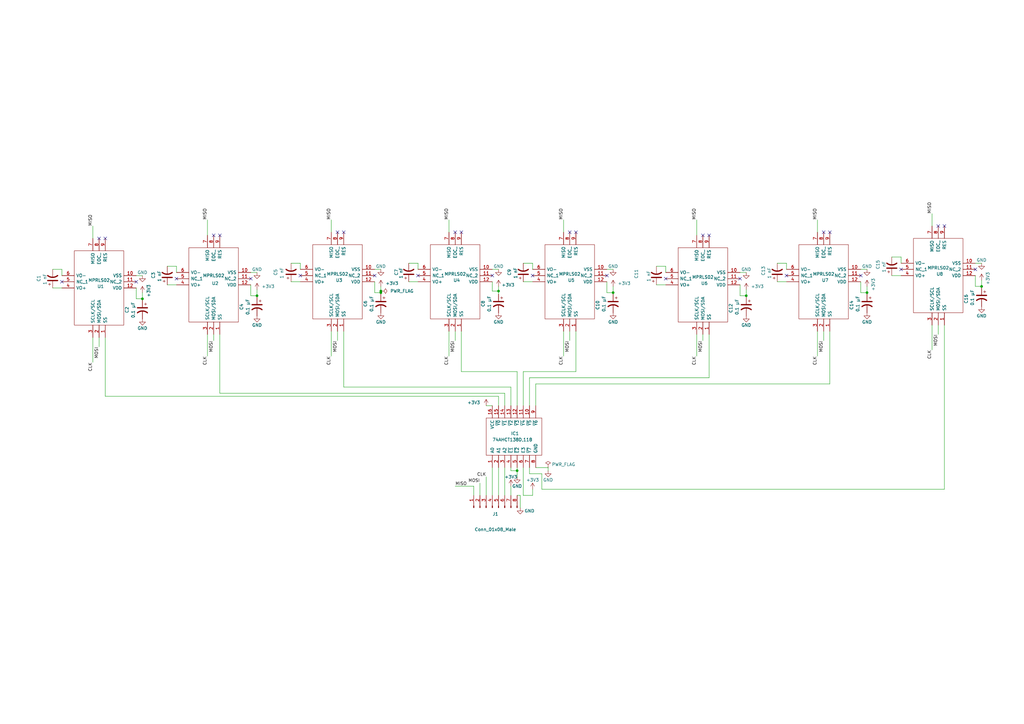
<source format=kicad_sch>
(kicad_sch (version 20211123) (generator eeschema)
  (paper "A3")
  (lib_symbols
    (symbol "74AHCT138D:74AHCT138D,118" (pin_names (offset 0.762))
      (property "Reference" "IC" (at 21.59 7.62 0))
      (property "Value" "74AHCT138D,118" (at 21.59 5.08 0))
      (symbol "74AHCT138D,118_0_0"
        (pin passive line (at 0 0 0) (length 5.08) (name "A0") (number "1"))
        (pin passive line (at 25.4 -15.24 180) (length 5.08) (name "~{Y5}") (number "10"))
        (pin passive line (at 25.4 -12.7 180) (length 5.08) (name "~{Y4}") (number "11"))
        (pin passive line (at 25.4 -10.16 180) (length 5.08) (name "~{Y3}") (number "12"))
        (pin passive line (at 25.4 -7.62 180) (length 5.08) (name "~{Y2}") (number "13"))
        (pin passive line (at 25.4 -5.08 180) (length 5.08) (name "~{Y1}") (number "14"))
        (pin passive line (at 25.4 -2.54 180) (length 5.08) (name "~{Y0}") (number "15"))
        (pin passive line (at 25.4 0 180) (length 5.08) (name "VCC") (number "16"))
        (pin passive line (at 0 -2.54 0) (length 5.08) (name "A1") (number "2"))
        (pin passive line (at 0 -5.08 0) (length 5.08) (name "A2") (number "3"))
        (pin passive line (at 0 -7.62 0) (length 5.08) (name "~{E1}") (number "4"))
        (pin passive line (at 0 -10.16 0) (length 5.08) (name "~{E2}") (number "5"))
        (pin passive line (at 0 -12.7 0) (length 5.08) (name "E3") (number "6"))
        (pin passive line (at 0 -15.24 0) (length 5.08) (name "~{Y7}") (number "7"))
        (pin passive line (at 0 -17.78 0) (length 5.08) (name "GND") (number "8"))
        (pin passive line (at 25.4 -17.78 180) (length 5.08) (name "~{Y6}") (number "9"))
      )
      (symbol "74AHCT138D,118_0_1"
        (polyline (pts (xy 5.08 2.54) (xy 20.32 2.54) (xy 20.32 -20.32) (xy 5.08 -20.32) (xy 5.08 2.54)) (stroke (width 0.1524)))
      )
    )
    (symbol "Connector:Conn_01x08_Male" (pin_names (offset 1.016) hide)
      (property "Reference" "J" (at 0 10.16 0))
      (property "Value" "Conn_01x08_Male" (at 0 -12.7 0))
      (symbol "Conn_01x08_Male_1_1"
        (polyline (pts (xy 1.27 -10.16) (xy 0.8636 -10.16)) (stroke (width 0.1524)))
        (polyline (pts (xy 1.27 -7.62) (xy 0.8636 -7.62)) (stroke (width 0.1524)))
        (polyline (pts (xy 1.27 -5.08) (xy 0.8636 -5.08)) (stroke (width 0.1524)))
        (polyline (pts (xy 1.27 -2.54) (xy 0.8636 -2.54)) (stroke (width 0.1524)))
        (polyline (pts (xy 1.27 0) (xy 0.8636 0)) (stroke (width 0.1524)))
        (polyline (pts (xy 1.27 2.54) (xy 0.8636 2.54)) (stroke (width 0.1524)))
        (polyline (pts (xy 1.27 5.08) (xy 0.8636 5.08)) (stroke (width 0.1524)))
        (polyline (pts (xy 1.27 7.62) (xy 0.8636 7.62)) (stroke (width 0.1524)))
        (rectangle (start 0.8636 -10.033) (end 0 -10.287) (stroke (width 0.1524)) (fill (type outline)))
        (rectangle (start 0.8636 -7.493) (end 0 -7.747) (stroke (width 0.1524)) (fill (type outline)))
        (rectangle (start 0.8636 -4.953) (end 0 -5.207) (stroke (width 0.1524)) (fill (type outline)))
        (rectangle (start 0.8636 -2.413) (end 0 -2.667) (stroke (width 0.1524)) (fill (type outline)))
        (rectangle (start 0.8636 0.127) (end 0 -0.127) (stroke (width 0.1524)) (fill (type outline)))
        (rectangle (start 0.8636 2.667) (end 0 2.413) (stroke (width 0.1524)) (fill (type outline)))
        (rectangle (start 0.8636 5.207) (end 0 4.953) (stroke (width 0.1524)) (fill (type outline)))
        (rectangle (start 0.8636 7.747) (end 0 7.493) (stroke (width 0.1524)) (fill (type outline)))
        (pin passive line (at 5.08 7.62 180) (length 3.81) (name "Pin_1") (number "1"))
        (pin passive line (at 5.08 5.08 180) (length 3.81) (name "Pin_2") (number "2"))
        (pin passive line (at 5.08 2.54 180) (length 3.81) (name "Pin_3") (number "3"))
        (pin passive line (at 5.08 0 180) (length 3.81) (name "Pin_4") (number "4"))
        (pin passive line (at 5.08 -2.54 180) (length 3.81) (name "Pin_5") (number "5"))
        (pin passive line (at 5.08 -5.08 180) (length 3.81) (name "Pin_6") (number "6"))
        (pin passive line (at 5.08 -7.62 180) (length 3.81) (name "Pin_7") (number "7"))
        (pin passive line (at 5.08 -10.16 180) (length 3.81) (name "Pin_8") (number "8"))
      )
    )
    (symbol "Device:C_Polarized_US" (pin_numbers hide) (pin_names (offset 0.254) hide)
      (property "Reference" "C" (at 0.635 2.54 0))
      (property "Value" "C_Polarized_US" (at 0.635 -2.54 0))
      (symbol "C_Polarized_US_0_1"
        (polyline (pts (xy -2.032 0.762) (xy 2.032 0.762)) (stroke (width 0.508)))
        (polyline (pts (xy -1.778 2.286) (xy -0.762 2.286)))
        (polyline (pts (xy -1.27 1.778) (xy -1.27 2.794)))
        (arc (start 2.032 -1.27) (mid 0 -0.5572) (end -2.032 -1.27) (stroke (width 0.508)))
      )
      (symbol "C_Polarized_US_1_1"
        (pin passive line (at 0 3.81 270) (length 2.794) (name "~") (number "1"))
        (pin passive line (at 0 -3.81 90) (length 3.302) (name "~") (number "2"))
      )
    )
    (symbol "MPRLS:MPRLS02.5BG0000SA" (pin_names (offset 0.762))
      (property "Reference" "U" (at 26.67 15.24 0))
      (property "Value" "MPRLS02.5BG0000SA" (at 26.67 12.7 0))
      (symbol "MPRLS02.5BG0000SA_0_0"
        (pin passive line (at 17.78 -25.4 90) (length 5.08) (name "SS") (number "1"))
        (pin passive line (at 30.48 0 180) (length 5.08) (name "VSS") (number "10"))
        (pin passive line (at 30.48 -2.54 180) (length 5.08) (name "NC_2") (number "11"))
        (pin passive line (at 30.48 -5.08 180) (length 5.08) (name "VDD") (number "12"))
        (pin passive line (at 15.24 -25.4 90) (length 5.08) (name "MOSI/SDA") (number "2"))
        (pin passive line (at 12.7 -25.4 90) (length 5.08) (name "SCLK/SCL") (number "3"))
        (pin passive line (at 0 -5.08 0) (length 5.08) (name "VO+") (number "4"))
        (pin passive line (at 0 -2.54 0) (length 5.08) (name "NC_1") (number "5"))
        (pin passive line (at 0 0 0) (length 5.08) (name "VO-") (number "6"))
        (pin passive line (at 12.7 15.24 270) (length 5.08) (name "MISO") (number "7"))
        (pin passive line (at 15.24 15.24 270) (length 5.08) (name "EOC_") (number "8"))
        (pin passive line (at 17.78 15.24 270) (length 5.08) (name "RES") (number "9"))
      )
      (symbol "MPRLS02.5BG0000SA_0_1"
        (polyline (pts (xy 5.08 10.16) (xy 25.4 10.16) (xy 25.4 -20.32) (xy 5.08 -20.32) (xy 5.08 10.16)) (stroke (width 0.1524)))
      )
    )
    (symbol "power:+3V3" (power) (pin_names (offset 0))
      (property "Value" "+3V3" (at 0 3.556 0))
      (symbol "+3V3_0_1"
        (polyline (pts (xy -0.762 1.27) (xy 0 2.54)))
        (polyline (pts (xy 0 0) (xy 0 2.54)))
        (polyline (pts (xy 0 2.54) (xy 0.762 1.27)))
      )
      (symbol "+3V3_1_1"
        (pin power_in line (at 0 0 90) (length 0) hide (name "+3V3") (number "1"))
      )
    )
    (symbol "power:GND" (power) (pin_names (offset 0))
      (property "Value" "GND" (at 0 -3.81 0))
      (symbol "GND_0_1"
        (polyline (pts (xy 0 0) (xy 0 -1.27) (xy 1.27 -1.27) (xy 0 -2.54) (xy -1.27 -1.27) (xy 0 -1.27)))
      )
      (symbol "GND_1_1"
        (pin power_in line (at 0 0 270) (length 0) hide (name "GND") (number "1"))
      )
    )
    (symbol "power:PWR_FLAG" (power) (pin_numbers hide) (pin_names (offset 0) hide)
      (property "Value" "PWR_FLAG" (at 0 3.81 0))
      (symbol "PWR_FLAG_0_0"
        (pin power_out line (at 0 0 90) (length 0) (name "pwr") (number "1"))
      )
      (symbol "PWR_FLAG_0_1"
        (polyline (pts (xy 0 0) (xy 0 1.27) (xy -1.016 1.905) (xy 0 2.54) (xy 1.016 1.905) (xy 0 1.27)))
      )
    )
  )
  (junction (at 156.21 120.015))
  (junction (at 58.42 122.555))
  (junction (at 105.41 121.285))
  (junction (at 306.07 121.285))
  (junction (at 402.59 117.475))
  (junction (at 156.21 119.38))
  (junction (at 204.47 119.38))
  (junction (at 355.6 120.015))
  (junction (at 251.46 120.015))
  (junction (at 212.09 193.04))
  (no_connect (at 248.92 113.03))
  (no_connect (at 233.68 95.25))
  (no_connect (at 337.82 95.25))
  (no_connect (at 218.44 113.03))
  (no_connect (at 25.4 115.57))
  (no_connect (at 186.69 95.25))
  (no_connect (at 400.05 110.49))
  (no_connect (at 340.36 95.25))
  (no_connect (at 273.05 114.3))
  (no_connect (at 171.45 113.03))
  (no_connect (at 55.88 115.57))
  (no_connect (at 40.64 97.79))
  (no_connect (at 384.81 92.71))
  (no_connect (at 236.22 95.25))
  (no_connect (at 72.39 114.3))
  (no_connect (at 288.29 96.52))
  (no_connect (at 138.43 95.25))
  (no_connect (at 189.23 95.25))
  (no_connect (at 290.83 96.52))
  (no_connect (at 140.97 95.25))
  (no_connect (at 102.87 114.3))
  (no_connect (at 153.67 113.03))
  (no_connect (at 90.17 96.52))
  (no_connect (at 87.63 96.52))
  (no_connect (at 123.19 113.03))
  (no_connect (at 369.57 110.49))
  (no_connect (at 387.35 92.71))
  (no_connect (at 322.58 113.03))
  (no_connect (at 43.18 97.79))
  (no_connect (at 201.93 113.03))
  (no_connect (at 303.53 114.3))
  (no_connect (at 353.06 113.03))
  (wire (pts (xy 369.57 113.03) (xy 365.76 113.03)))
  (wire (pts (xy 207.01 161.29) (xy 207.01 166.37)))
  (wire (pts (xy 303.53 121.285) (xy 306.07 121.285)))
  (wire (pts (xy 251.46 120.015) (xy 251.46 120.65)))
  (wire (pts (xy 353.06 115.57) (xy 353.06 120.015)))
  (wire (pts (xy 105.41 121.285) (xy 105.41 121.92)))
  (wire (pts (xy 340.36 157.48) (xy 340.36 135.89)))
  (wire (pts (xy 231.14 95.25) (xy 231.14 90.17)))
  (wire (pts (xy 402.59 117.475) (xy 402.59 118.11)))
  (wire (pts (xy 204.47 119.38) (xy 204.47 120.65)))
  (wire (pts (xy 273.05 116.84) (xy 269.24 116.84)))
  (wire (pts (xy 248.92 115.57) (xy 248.92 120.015)))
  (wire (pts (xy 171.45 107.95) (xy 171.45 110.49)))
  (wire (pts (xy 218.44 107.95) (xy 218.44 110.49)))
  (wire (pts (xy 214.63 107.95) (xy 218.44 107.95)))
  (wire (pts (xy 382.27 92.71) (xy 382.27 87.63)))
  (wire (pts (xy 224.79 191.77) (xy 219.71 191.77)))
  (wire (pts (xy 105.41 118.745) (xy 105.41 121.285)))
  (wire (pts (xy 212.09 193.04) (xy 212.09 191.77)))
  (wire (pts (xy 25.4 110.49) (xy 25.4 113.03)))
  (wire (pts (xy 204.47 110.49) (xy 201.93 110.49)))
  (wire (pts (xy 196.85 198.12) (xy 196.85 203.2)))
  (wire (pts (xy 355.6 110.49) (xy 353.06 110.49)))
  (wire (pts (xy 204.47 191.77) (xy 204.47 203.2)))
  (wire (pts (xy 87.63 137.16) (xy 87.63 139.7)))
  (wire (pts (xy 322.58 107.95) (xy 322.58 110.49)))
  (wire (pts (xy 207.01 191.77) (xy 207.01 203.2)))
  (wire (pts (xy 290.83 154.94) (xy 290.83 137.16)))
  (wire (pts (xy 219.71 157.48) (xy 340.36 157.48)))
  (wire (pts (xy 102.87 116.84) (xy 102.87 121.285)))
  (wire (pts (xy 189.23 135.89) (xy 189.23 152.4)))
  (wire (pts (xy 201.93 191.77) (xy 201.93 203.2)))
  (wire (pts (xy 135.89 95.25) (xy 135.89 90.17)))
  (wire (pts (xy 38.1 97.79) (xy 38.1 92.71)))
  (wire (pts (xy 322.58 115.57) (xy 318.77 115.57)))
  (wire (pts (xy 153.67 120.015) (xy 156.21 120.015)))
  (wire (pts (xy 335.28 135.89) (xy 335.28 146.05)))
  (wire (pts (xy 156.21 117.475) (xy 156.21 119.38)))
  (wire (pts (xy 285.75 90.17) (xy 285.75 96.52)))
  (wire (pts (xy 217.17 154.94) (xy 217.17 166.37)))
  (wire (pts (xy 222.25 200.66) (xy 222.25 194.31)))
  (wire (pts (xy 204.47 117.475) (xy 204.47 119.38)))
  (wire (pts (xy 194.31 203.2) (xy 194.31 199.39)))
  (wire (pts (xy 402.59 114.935) (xy 402.59 117.475)))
  (wire (pts (xy 171.45 115.57) (xy 167.64 115.57)))
  (wire (pts (xy 72.39 109.22) (xy 72.39 111.76)))
  (wire (pts (xy 123.19 107.95) (xy 123.19 110.49)))
  (wire (pts (xy 72.39 116.84) (xy 68.58 116.84)))
  (wire (pts (xy 248.92 120.015) (xy 251.46 120.015)))
  (wire (pts (xy 217.17 154.94) (xy 290.83 154.94)))
  (wire (pts (xy 285.75 146.05) (xy 285.75 137.16)))
  (wire (pts (xy 156.21 119.38) (xy 156.21 120.015)))
  (wire (pts (xy 236.22 135.89) (xy 236.22 152.4)))
  (wire (pts (xy 58.42 113.03) (xy 55.88 113.03)))
  (wire (pts (xy 167.64 107.95) (xy 171.45 107.95)))
  (wire (pts (xy 184.15 146.05) (xy 184.15 135.89)))
  (wire (pts (xy 186.69 199.39) (xy 194.31 199.39)))
  (wire (pts (xy 288.29 137.16) (xy 288.29 139.7)))
  (wire (pts (xy 186.69 135.89) (xy 186.69 139.7)))
  (wire (pts (xy 269.24 109.22) (xy 273.05 109.22)))
  (wire (pts (xy 209.55 193.04) (xy 212.09 193.04)))
  (wire (pts (xy 218.44 115.57) (xy 214.63 115.57)))
  (wire (pts (xy 355.6 120.015) (xy 355.6 120.65)))
  (wire (pts (xy 251.46 117.475) (xy 251.46 120.015)))
  (wire (pts (xy 119.38 107.95) (xy 123.19 107.95)))
  (wire (pts (xy 306.07 118.745) (xy 306.07 121.285)))
  (wire (pts (xy 90.17 137.16) (xy 90.17 161.29)))
  (wire (pts (xy 156.21 110.49) (xy 153.67 110.49)))
  (wire (pts (xy 251.46 110.49) (xy 248.92 110.49)))
  (wire (pts (xy 400.05 117.475) (xy 402.59 117.475)))
  (wire (pts (xy 353.06 120.015) (xy 355.6 120.015)))
  (wire (pts (xy 201.93 119.38) (xy 204.47 119.38)))
  (wire (pts (xy 68.58 109.22) (xy 72.39 109.22)))
  (wire (pts (xy 402.59 107.95) (xy 400.05 107.95)))
  (wire (pts (xy 199.39 195.58) (xy 199.39 203.2)))
  (wire (pts (xy 153.67 115.57) (xy 153.67 120.015)))
  (wire (pts (xy 222.25 194.31) (xy 217.17 194.31)))
  (wire (pts (xy 369.57 105.41) (xy 369.57 107.95)))
  (wire (pts (xy 85.09 146.05) (xy 85.09 137.16)))
  (wire (pts (xy 365.76 105.41) (xy 369.57 105.41)))
  (wire (pts (xy 303.53 116.84) (xy 303.53 121.285)))
  (wire (pts (xy 184.15 95.25) (xy 184.15 90.17)))
  (wire (pts (xy 105.41 111.76) (xy 102.87 111.76)))
  (wire (pts (xy 335.28 95.25) (xy 335.28 90.17)))
  (wire (pts (xy 387.35 200.66) (xy 222.25 200.66)))
  (wire (pts (xy 231.14 146.05) (xy 231.14 135.89)))
  (wire (pts (xy 209.55 158.75) (xy 209.55 166.37)))
  (wire (pts (xy 212.09 195.58) (xy 212.09 193.04)))
  (wire (pts (xy 273.05 109.22) (xy 273.05 111.76)))
  (wire (pts (xy 219.71 157.48) (xy 219.71 166.37)))
  (wire (pts (xy 214.63 152.4) (xy 214.63 166.37)))
  (wire (pts (xy 58.42 122.555) (xy 58.42 123.19)))
  (wire (pts (xy 214.63 152.4) (xy 236.22 152.4)))
  (wire (pts (xy 212.09 152.4) (xy 212.09 166.37)))
  (wire (pts (xy 214.63 203.2) (xy 218.44 203.2)))
  (wire (pts (xy 214.63 191.77) (xy 214.63 203.2)))
  (wire (pts (xy 306.07 111.76) (xy 303.53 111.76)))
  (wire (pts (xy 400.05 113.03) (xy 400.05 117.475)))
  (wire (pts (xy 204.47 162.56) (xy 43.18 162.56)))
  (wire (pts (xy 199.39 166.37) (xy 201.93 166.37)))
  (wire (pts (xy 138.43 135.89) (xy 138.43 139.7)))
  (wire (pts (xy 217.17 194.31) (xy 217.17 191.77)))
  (wire (pts (xy 201.93 115.57) (xy 201.93 119.38)))
  (wire (pts (xy 204.47 166.37) (xy 204.47 162.56)))
  (wire (pts (xy 209.55 191.77) (xy 209.55 193.04)))
  (wire (pts (xy 384.81 133.35) (xy 384.81 137.16)))
  (wire (pts (xy 21.59 110.49) (xy 25.4 110.49)))
  (wire (pts (xy 212.09 203.2) (xy 213.36 203.2)))
  (wire (pts (xy 156.21 120.015) (xy 156.21 120.65)))
  (wire (pts (xy 38.1 138.43) (xy 38.1 148.59)))
  (wire (pts (xy 355.6 117.475) (xy 355.6 120.015)))
  (wire (pts (xy 58.42 120.015) (xy 58.42 122.555)))
  (wire (pts (xy 140.97 135.89) (xy 140.97 158.75)))
  (wire (pts (xy 306.07 121.285) (xy 306.07 121.92)))
  (wire (pts (xy 189.23 152.4) (xy 212.09 152.4)))
  (wire (pts (xy 55.88 122.555) (xy 58.42 122.555)))
  (wire (pts (xy 40.64 138.43) (xy 40.64 142.24)))
  (wire (pts (xy 135.89 146.05) (xy 135.89 135.89)))
  (wire (pts (xy 90.17 161.29) (xy 207.01 161.29)))
  (wire (pts (xy 25.4 118.11) (xy 21.59 118.11)))
  (wire (pts (xy 318.77 107.95) (xy 322.58 107.95)))
  (wire (pts (xy 123.19 115.57) (xy 119.38 115.57)))
  (wire (pts (xy 218.44 200.66) (xy 218.44 203.2)))
  (wire (pts (xy 224.79 191.77) (xy 224.79 193.04)))
  (wire (pts (xy 233.68 139.7) (xy 233.68 135.89)))
  (wire (pts (xy 140.97 158.75) (xy 209.55 158.75)))
  (wire (pts (xy 102.87 121.285) (xy 105.41 121.285)))
  (wire (pts (xy 85.09 90.17) (xy 85.09 96.52)))
  (wire (pts (xy 387.35 133.35) (xy 387.35 200.66)))
  (wire (pts (xy 213.36 203.2) (xy 213.36 208.28)))
  (wire (pts (xy 43.18 138.43) (xy 43.18 162.56)))
  (wire (pts (xy 209.55 199.39) (xy 209.55 203.2)))
  (wire (pts (xy 55.88 118.11) (xy 55.88 122.555)))
  (wire (pts (xy 337.82 135.89) (xy 337.82 139.7)))
  (wire (pts (xy 382.27 133.35) (xy 382.27 143.51)))
  (label "MOSI" (at 288.29 139.7 270))
  (label "CLK" (at 335.28 146.05 270))
  (label "MISO" (at 335.28 90.17 90))
  (label "MISO" (at 38.1 92.71 90))
  (label "MOSI" (at 384.81 137.16 270))
  (label "MOSI" (at 87.63 139.7 270))
  (label "CLK" (at 382.27 143.51 270))
  (label "MOSI" (at 233.68 139.7 270))
  (label "CLK" (at 285.75 146.05 270))
  (label "CLK" (at 231.14 146.05 270))
  (label "MISO" (at 382.27 87.63 90))
  (label "CLK" (at 38.1 148.59 270))
  (label "CLK" (at 184.15 146.05 270))
  (label "MISO" (at 231.14 90.17 90))
  (label "MISO" (at 186.69 199.39 0))
  (label "MISO" (at 85.09 90.17 90))
  (label "CLK" (at 85.09 146.05 270))
  (label "MOSI" (at 337.82 139.7 270))
  (label "MOSI" (at 186.69 139.7 270))
  (label "MISO" (at 135.89 90.17 90))
  (label "MOSI" (at 196.85 198.12 180))
  (label "MOSI" (at 40.64 142.24 270))
  (label "MISO" (at 184.15 90.17 90))
  (label "CLK" (at 135.89 146.05 270))
  (label "MOSI" (at 138.43 139.7 270))
  (label "MISO" (at 285.75 90.17 90))
  (label "CLK" (at 199.39 195.58 180))
  (symbol (lib_id "power:GND") (at 212.09 195.58 0) (unit 1)
    (property "Reference" "#PWR0124" (effects hide))
    (property "Value" "GND" (at 212.09 199.39 0))
  )
  (symbol (lib_id "Device:C_Polarized_US") (at 204.47 124.46 0) (mirror y) (unit 1)
    (property "Reference" "C8" (at 198.12 123.19 90) (effects (justify right)))
    (property "Value" "0.1 μF" (at 200.66 121.285 90) (effects (justify right)))
    (property "Footprint" "Capacitor_THT:C_Disc_D5.0mm_W2.5mm_P5.00mm" (effects hide))
  )
  (symbol (lib_id "MPRLS:MPRLS02.5BG0000SA") (at 25.4 113.03 0) (unit 1)
    (property "Reference" "U1" (at 41.275 117.475 0))
    (property "Value" "MPRLS02" (at 40.64 114.935 0))
    (property "Footprint" "74hc237Footprint:MPRLS025BG0000SA" (effects hide))
    (property "Datasheet" "https://componentsearchengine.com/Datasheets/1/MPRLS02.5BG0000SA.pdf" (effects hide))
    (property "Description" "Board Mount Pressure Sensors Board Mount Micro Pressure, 14 Bit Resolution, SMT, 0C to 50C, Short Port, Silicon Gel, 2.5Bar, Gage, SPI, Internal Math, 3.3V" (effects hide))
    (property "Height" "5.8" (effects hide))
    (property "Mouser Part Number" "785-MPRLS02.5BG0000S" (effects hide))
    (property "Mouser Price/Stock" "https://www.mouser.co.uk/ProductDetail/Honeywell/MPRLS02.5BG0000SA?qs=EBDBlbfErPyP74bi4TT9VQ%3D%3D" (effects hide))
    (property "Manufacturer_Name" "Honeywell" (effects hide))
    (property "Manufacturer_Part_Number" "MPRLS02.5BG0000SA" (effects hide))
  )
  (symbol (lib_id "Device:C_Polarized_US") (at 355.6 124.46 0) (mirror y) (unit 1)
    (property "Reference" "C14" (at 349.25 123.19 90) (effects (justify right)))
    (property "Value" "0.1 μF" (at 351.79 121.285 90) (effects (justify right)))
    (property "Footprint" "Capacitor_THT:C_Disc_D5.0mm_W2.5mm_P5.00mm" (effects hide))
  )
  (symbol (lib_id "power:GND") (at 224.79 193.04 0) (unit 1)
    (property "Reference" "#PWR0122" (effects hide))
    (property "Value" "GND" (at 224.79 196.85 0))
  )
  (symbol (lib_id "Device:C_Polarized_US") (at 21.59 114.3 0) (mirror x) (unit 1)
    (property "Reference" "C1" (at 15.875 115.57 90) (effects (justify right)))
    (property "Value" "1 nF" (at 18.415 116.84 90) (effects (justify right)))
    (property "Footprint" "Capacitor_THT:C_Disc_D5.0mm_W2.5mm_P5.00mm" (effects hide))
  )
  (symbol (lib_id "power:GND") (at 105.41 129.54 0) (unit 1)
    (property "Reference" "#PWR0111" (effects hide))
    (property "Value" "GND" (at 105.41 133.35 0))
  )
  (symbol (lib_id "power:+3V3") (at 251.46 117.475 0) (unit 1)
    (property "Reference" "#PWR0105" (effects hide))
    (property "Value" "+3V3" (at 253.365 116.2049 0) (effects (justify left)))
  )
  (symbol (lib_id "power:GND") (at 58.42 113.03 0) (unit 1)
    (property "Reference" "#PWR0126" (effects hide))
    (property "Value" "GND" (at 58.42 111.76 0))
  )
  (symbol (lib_id "power:GND") (at 58.42 130.81 0) (unit 1)
    (property "Reference" "#PWR0127" (effects hide))
    (property "Value" "GND" (at 58.42 134.62 0))
  )
  (symbol (lib_id "power:+3V3") (at 58.42 120.015 0) (unit 1)
    (property "Reference" "#PWR0125" (effects hide))
    (property "Value" "+3V3" (at 60.96 121.92 90) (effects (justify left)))
  )
  (symbol (lib_id "Device:C_Polarized_US") (at 68.58 113.03 0) (mirror x) (unit 1)
    (property "Reference" "C3" (at 62.865 114.3 90) (effects (justify right)))
    (property "Value" "1 nF" (at 65.405 115.57 90) (effects (justify right)))
    (property "Footprint" "Capacitor_THT:C_Disc_D5.0mm_W2.5mm_P5.00mm" (effects hide))
  )
  (symbol (lib_id "MPRLS:MPRLS02.5BG0000SA") (at 72.39 111.76 0) (unit 1)
    (property "Reference" "U2" (at 88.265 116.205 0))
    (property "Value" "MPRLS02" (at 87.63 113.03 0))
    (property "Footprint" "74hc237Footprint:MPRLS025BG0000SA" (effects hide))
    (property "Datasheet" "https://componentsearchengine.com/Datasheets/1/MPRLS02.5BG0000SA.pdf" (effects hide))
    (property "Description" "Board Mount Pressure Sensors Board Mount Micro Pressure, 14 Bit Resolution, SMT, 0C to 50C, Short Port, Silicon Gel, 2.5Bar, Gage, SPI, Internal Math, 3.3V" (effects hide))
    (property "Height" "5.8" (effects hide))
    (property "Mouser Part Number" "785-MPRLS02.5BG0000S" (effects hide))
    (property "Mouser Price/Stock" "https://www.mouser.co.uk/ProductDetail/Honeywell/MPRLS02.5BG0000SA?qs=EBDBlbfErPyP74bi4TT9VQ%3D%3D" (effects hide))
    (property "Manufacturer_Name" "Honeywell" (effects hide))
    (property "Manufacturer_Part_Number" "MPRLS02.5BG0000SA" (effects hide))
  )
  (symbol (lib_id "Device:C_Polarized_US") (at 214.63 111.76 0) (mirror x) (unit 1)
    (property "Reference" "C9" (at 208.915 113.03 90) (effects (justify right)))
    (property "Value" "1 nF" (at 211.455 114.3 90) (effects (justify right)))
    (property "Footprint" "Capacitor_THT:C_Disc_D5.0mm_W2.5mm_P5.00mm" (effects hide))
  )
  (symbol (lib_id "power:+3V3") (at 209.55 199.39 0) (unit 1)
    (property "Reference" "#PWR0110" (effects hide))
    (property "Value" "+3V3" (at 209.55 195.58 0))
  )
  (symbol (lib_id "Device:C_Polarized_US") (at 105.41 125.73 0) (mirror y) (unit 1)
    (property "Reference" "C4" (at 99.06 124.46 90) (effects (justify right)))
    (property "Value" "0.1 μF" (at 101.6 122.555 90) (effects (justify right)))
    (property "Footprint" "Capacitor_THT:C_Disc_D5.0mm_W2.5mm_P5.00mm" (effects hide))
  )
  (symbol (lib_id "Device:C_Polarized_US") (at 318.77 111.76 0) (mirror x) (unit 1)
    (property "Reference" "C13" (at 313.055 113.03 90) (effects (justify right)))
    (property "Value" "1 nF" (at 315.595 114.3 90) (effects (justify right)))
    (property "Footprint" "Capacitor_THT:C_Disc_D5.0mm_W2.5mm_P5.00mm" (effects hide))
  )
  (symbol (lib_id "power:+3V3") (at 199.39 166.37 0) (unit 1)
    (property "Reference" "#PWR0120" (effects hide))
    (property "Value" "+3V3" (at 194.31 165.1 0))
  )
  (symbol (lib_id "power:GND") (at 402.59 107.95 0) (unit 1)
    (property "Reference" "#PWR0128" (effects hide))
    (property "Value" "GND" (at 402.59 106.68 0))
  )
  (symbol (lib_id "power:GND") (at 306.07 129.54 0) (unit 1)
    (property "Reference" "#PWR0114" (effects hide))
    (property "Value" "GND" (at 306.07 133.35 0))
  )
  (symbol (lib_id "power:GND") (at 306.07 111.76 0) (unit 1)
    (property "Reference" "#PWR0117" (effects hide))
    (property "Value" "GND" (at 306.07 110.49 0))
  )
  (symbol (lib_id "power:GND") (at 105.41 111.76 0) (unit 1)
    (property "Reference" "#PWR0112" (effects hide))
    (property "Value" "GND" (at 105.41 110.49 0))
  )
  (symbol (lib_id "74AHCT138D:74AHCT138D,118") (at 201.93 191.77 90) (unit 1)
    (property "Reference" "IC1" (at 209.55 177.8 90) (effects (justify right)))
    (property "Value" "74AHCT138D,118" (at 201.93 180.34 90) (effects (justify right)))
    (property "Footprint" "74hc237Footprint:SOIC127P600X175-16N" (effects hide))
    (property "Datasheet" "https://assets.nexperia.com/documents/data-sheet/74AHC_AHCT138.pdf" (effects hide))
    (property "Description" "74AHC(T)138 - 3-to-8 line decoder/demultiplexer; inverting@en-us" (effects hide))
    (property "Height" "1.75" (effects hide))
    (property "Manufacturer_Name" "Nexperia" (effects hide))
    (property "Manufacturer_Part_Number" "74AHCT138D,118" (effects hide))
  )
  (symbol (lib_id "power:+3V3") (at 402.59 114.935 0) (unit 1)
    (property "Reference" "#PWR0129" (effects hide))
    (property "Value" "+3V3" (at 405.13 116.84 90) (effects (justify left)))
  )
  (symbol (lib_id "power:+3V3") (at 355.6 117.475 0) (unit 1)
    (property "Reference" "#PWR0116" (effects hide))
    (property "Value" "+3V3" (at 358.14 119.38 90) (effects (justify left)))
  )
  (symbol (lib_id "power:+3V3") (at 204.47 117.475 0) (unit 1)
    (property "Reference" "#PWR0101" (effects hide))
    (property "Value" "+3V3" (at 205.74 116.84 0) (effects (justify left)))
  )
  (symbol (lib_id "power:PWR_FLAG") (at 224.79 191.77 0) (unit 1)
    (property "Reference" "#FLG0102" (effects hide))
    (property "Value" "PWR_FLAG" (at 231.14 190.5 0))
  )
  (symbol (lib_id "power:+3V3") (at 105.41 118.745 0) (unit 1)
    (property "Reference" "#PWR0113" (effects hide))
    (property "Value" "+3V3" (at 107.315 117.4749 0) (effects (justify left)))
  )
  (symbol (lib_id "power:GND") (at 251.46 128.27 0) (unit 1)
    (property "Reference" "#PWR0104" (effects hide))
    (property "Value" "GND" (at 251.46 132.08 0))
  )
  (symbol (lib_id "power:GND") (at 402.59 125.73 0) (unit 1)
    (property "Reference" "#PWR0130" (effects hide))
    (property "Value" "GND" (at 402.59 129.54 0))
  )
  (symbol (lib_id "Device:C_Polarized_US") (at 58.42 127 0) (mirror y) (unit 1)
    (property "Reference" "C2" (at 52.07 125.73 90) (effects (justify right)))
    (property "Value" "0.1 μF" (at 54.61 123.825 90) (effects (justify right)))
    (property "Footprint" "Capacitor_THT:C_Disc_D5.0mm_W2.5mm_P5.00mm" (effects hide))
  )
  (symbol (lib_id "power:GND") (at 204.47 110.49 0) (unit 1)
    (property "Reference" "#PWR0106" (effects hide))
    (property "Value" "GND" (at 204.47 109.22 0))
  )
  (symbol (lib_id "Device:C_Polarized_US") (at 167.64 111.76 0) (mirror x) (unit 1)
    (property "Reference" "C7" (at 162.56 113.03 90) (effects (justify right)))
    (property "Value" "1 nF" (at 164.465 114.3 90) (effects (justify right)))
    (property "Footprint" "Capacitor_THT:C_Disc_D5.0mm_W2.5mm_P5.00mm" (effects hide))
  )
  (symbol (lib_id "power:GND") (at 213.36 208.28 0) (unit 1)
    (property "Reference" "#PWR0123" (effects hide))
    (property "Value" "GND" (at 217.17 209.55 0))
  )
  (symbol (lib_id "Device:C_Polarized_US") (at 365.76 109.22 0) (mirror x) (unit 1)
    (property "Reference" "C15" (at 360.045 110.49 90) (effects (justify right)))
    (property "Value" "1 nF" (at 362.585 111.76 90) (effects (justify right)))
    (property "Footprint" "Capacitor_THT:C_Disc_D5.0mm_W2.5mm_P5.00mm" (effects hide))
  )
  (symbol (lib_id "Connector:Conn_01x08_Male") (at 201.93 208.28 90) (unit 1)
    (property "Reference" "J1" (at 203.2 210.82 90))
    (property "Value" "Conn_01x08_Male" (at 203.2 217.17 90))
    (property "Footprint" "Connector_PinHeader_2.54mm:PinHeader_1x08_P2.54mm_Vertical" (effects hide))
  )
  (symbol (lib_id "power:+3V3") (at 218.44 200.66 0) (unit 1)
    (property "Reference" "#PWR0121" (effects hide))
    (property "Value" "+3V3" (at 218.44 196.85 0))
  )
  (symbol (lib_id "power:+3V3") (at 156.21 117.475 0) (unit 1)
    (property "Reference" "#PWR0108" (effects hide))
    (property "Value" "+3V3" (at 158.115 116.2049 0) (effects (justify left)))
  )
  (symbol (lib_id "Device:C_Polarized_US") (at 306.07 125.73 0) (mirror y) (unit 1)
    (property "Reference" "C12" (at 299.72 124.46 90) (effects (justify right)))
    (property "Value" "0.1 μF" (at 302.26 122.555 90) (effects (justify right)))
    (property "Footprint" "Capacitor_THT:C_Disc_D5.0mm_W2.5mm_P5.00mm" (effects hide))
  )
  (symbol (lib_id "Device:C_Polarized_US") (at 119.38 111.76 0) (mirror x) (unit 1)
    (property "Reference" "C5" (at 113.03 113.03 90) (effects (justify right)))
    (property "Value" "1 nF" (at 115.57 114.3 90) (effects (justify right)))
    (property "Footprint" "Capacitor_THT:C_Disc_D5.0mm_W2.5mm_P5.00mm" (effects hide))
  )
  (symbol (lib_id "power:GND") (at 156.21 110.49 0) (unit 1)
    (property "Reference" "#PWR0109" (effects hide))
    (property "Value" "GND" (at 156.21 109.22 0))
  )
  (symbol (lib_id "power:+3V3") (at 306.07 118.745 0) (unit 1)
    (property "Reference" "#PWR0118" (effects hide))
    (property "Value" "+3V3" (at 307.975 117.4749 0) (effects (justify left)))
  )
  (symbol (lib_id "power:GND") (at 355.6 110.49 0) (unit 1)
    (property "Reference" "#PWR0115" (effects hide))
    (property "Value" "GND" (at 355.6 109.22 0))
  )
  (symbol (lib_id "power:GND") (at 251.46 110.49 0) (unit 1)
    (property "Reference" "#PWR0102" (effects hide))
    (property "Value" "GND" (at 251.46 109.22 0))
  )
  (symbol (lib_id "MPRLS:MPRLS02.5BG0000SA") (at 322.58 110.49 0) (unit 1)
    (property "Reference" "U7" (at 338.455 114.935 0))
    (property "Value" "MPRLS02" (at 337.82 112.395 0))
    (property "Footprint" "74hc237Footprint:MPRLS025BG0000SA" (effects hide))
    (property "Datasheet" "https://componentsearchengine.com/Datasheets/1/MPRLS02.5BG0000SA.pdf" (effects hide))
    (property "Description" "Board Mount Pressure Sensors Board Mount Micro Pressure, 14 Bit Resolution, SMT, 0C to 50C, Short Port, Silicon Gel, 2.5Bar, Gage, SPI, Internal Math, 3.3V" (effects hide))
    (property "Height" "5.8" (effects hide))
    (property "Mouser Part Number" "785-MPRLS02.5BG0000S" (effects hide))
    (property "Mouser Price/Stock" "https://www.mouser.co.uk/ProductDetail/Honeywell/MPRLS02.5BG0000SA?qs=EBDBlbfErPyP74bi4TT9VQ%3D%3D" (effects hide))
    (property "Manufacturer_Name" "Honeywell" (effects hide))
    (property "Manufacturer_Part_Number" "MPRLS02.5BG0000SA" (effects hide))
  )
  (symbol (lib_id "MPRLS:MPRLS02.5BG0000SA") (at 171.45 110.49 0) (unit 1)
    (property "Reference" "U4" (at 187.325 114.935 0))
    (property "Value" "MPRLS02" (at 186.69 112.395 0))
    (property "Footprint" "74hc237Footprint:MPRLS025BG0000SA" (effects hide))
    (property "Datasheet" "https://componentsearchengine.com/Datasheets/1/MPRLS02.5BG0000SA.pdf" (effects hide))
    (property "Description" "Board Mount Pressure Sensors Board Mount Micro Pressure, 14 Bit Resolution, SMT, 0C to 50C, Short Port, Silicon Gel, 2.5Bar, Gage, SPI, Internal Math, 3.3V" (effects hide))
    (property "Height" "5.8" (effects hide))
    (property "Mouser Part Number" "785-MPRLS02.5BG0000S" (effects hide))
    (property "Mouser Price/Stock" "https://www.mouser.co.uk/ProductDetail/Honeywell/MPRLS02.5BG0000SA?qs=EBDBlbfErPyP74bi4TT9VQ%3D%3D" (effects hide))
    (property "Manufacturer_Name" "Honeywell" (effects hide))
    (property "Manufacturer_Part_Number" "MPRLS02.5BG0000SA" (effects hide))
  )
  (symbol (lib_id "power:GND") (at 156.21 128.27 0) (unit 1)
    (property "Reference" "#PWR0107" (effects hide))
    (property "Value" "GND" (at 156.21 132.08 0))
  )
  (symbol (lib_id "MPRLS:MPRLS02.5BG0000SA") (at 123.19 110.49 0) (unit 1)
    (property "Reference" "U3" (at 139.065 114.935 0))
    (property "Value" "MPRLS02" (at 138.43 112.395 0))
    (property "Footprint" "74hc237Footprint:MPRLS025BG0000SA" (effects hide))
    (property "Datasheet" "https://componentsearchengine.com/Datasheets/1/MPRLS02.5BG0000SA.pdf" (effects hide))
    (property "Description" "Board Mount Pressure Sensors Board Mount Micro Pressure, 14 Bit Resolution, SMT, 0C to 50C, Short Port, Silicon Gel, 2.5Bar, Gage, SPI, Internal Math, 3.3V" (effects hide))
    (property "Height" "5.8" (effects hide))
    (property "Mouser Part Number" "785-MPRLS02.5BG0000S" (effects hide))
    (property "Mouser Price/Stock" "https://www.mouser.co.uk/ProductDetail/Honeywell/MPRLS02.5BG0000SA?qs=EBDBlbfErPyP74bi4TT9VQ%3D%3D" (effects hide))
    (property "Manufacturer_Name" "Honeywell" (effects hide))
    (property "Manufacturer_Part_Number" "MPRLS02.5BG0000SA" (effects hide))
  )
  (symbol (lib_id "Device:C_Polarized_US") (at 402.59 121.92 0) (mirror y) (unit 1)
    (property "Reference" "C16" (at 396.24 120.65 90) (effects (justify right)))
    (property "Value" "0.1 μF" (at 398.78 118.745 90) (effects (justify right)))
    (property "Footprint" "Capacitor_THT:C_Disc_D5.0mm_W2.5mm_P5.00mm" (effects hide))
  )
  (symbol (lib_id "Device:C_Polarized_US") (at 156.21 124.46 0) (mirror y) (unit 1)
    (property "Reference" "C6" (at 149.86 123.19 90) (effects (justify right)))
    (property "Value" "0.1 μF" (at 152.4 121.285 90) (effects (justify right)))
    (property "Footprint" "Capacitor_THT:C_Disc_D5.0mm_W2.5mm_P5.00mm" (effects hide))
  )
  (symbol (lib_id "power:GND") (at 355.6 128.27 0) (unit 1)
    (property "Reference" "#PWR0119" (effects hide))
    (property "Value" "GND" (at 355.6 132.08 0))
  )
  (symbol (lib_id "Device:C_Polarized_US") (at 251.46 124.46 0) (mirror y) (unit 1)
    (property "Reference" "C10" (at 245.11 123.19 90) (effects (justify right)))
    (property "Value" "0.1 μF" (at 247.65 121.285 90) (effects (justify right)))
    (property "Footprint" "Capacitor_THT:C_Disc_D5.0mm_W2.5mm_P5.00mm" (effects hide))
  )
  (symbol (lib_id "MPRLS:MPRLS02.5BG0000SA") (at 218.44 110.49 0) (unit 1)
    (property "Reference" "U5" (at 234.315 114.935 0))
    (property "Value" "MPRLS02" (at 233.68 112.395 0))
    (property "Footprint" "74hc237Footprint:MPRLS025BG0000SA" (effects hide))
    (property "Datasheet" "https://componentsearchengine.com/Datasheets/1/MPRLS02.5BG0000SA.pdf" (effects hide))
    (property "Description" "Board Mount Pressure Sensors Board Mount Micro Pressure, 14 Bit Resolution, SMT, 0C to 50C, Short Port, Silicon Gel, 2.5Bar, Gage, SPI, Internal Math, 3.3V" (effects hide))
    (property "Height" "5.8" (effects hide))
    (property "Mouser Part Number" "785-MPRLS02.5BG0000S" (effects hide))
    (property "Mouser Price/Stock" "https://www.mouser.co.uk/ProductDetail/Honeywell/MPRLS02.5BG0000SA?qs=EBDBlbfErPyP74bi4TT9VQ%3D%3D" (effects hide))
    (property "Manufacturer_Name" "Honeywell" (effects hide))
    (property "Manufacturer_Part_Number" "MPRLS02.5BG0000SA" (effects hide))
  )
  (symbol (lib_id "MPRLS:MPRLS02.5BG0000SA") (at 273.05 111.76 0) (unit 1)
    (property "Reference" "U6" (at 288.925 116.205 0))
    (property "Value" "MPRLS02" (at 288.29 113.665 0))
    (property "Footprint" "74hc237Footprint:MPRLS025BG0000SA" (effects hide))
    (property "Datasheet" "https://componentsearchengine.com/Datasheets/1/MPRLS02.5BG0000SA.pdf" (effects hide))
    (property "Description" "Board Mount Pressure Sensors Board Mount Micro Pressure, 14 Bit Resolution, SMT, 0C to 50C, Short Port, Silicon Gel, 2.5Bar, Gage, SPI, Internal Math, 3.3V" (effects hide))
    (property "Height" "5.8" (effects hide))
    (property "Mouser Part Number" "785-MPRLS02.5BG0000S" (effects hide))
    (property "Mouser Price/Stock" "https://www.mouser.co.uk/ProductDetail/Honeywell/MPRLS02.5BG0000SA?qs=EBDBlbfErPyP74bi4TT9VQ%3D%3D" (effects hide))
    (property "Manufacturer_Name" "Honeywell" (effects hide))
    (property "Manufacturer_Part_Number" "MPRLS02.5BG0000SA" (effects hide))
  )
  (symbol (lib_id "power:GND") (at 204.47 128.27 0) (unit 1)
    (property "Reference" "#PWR0103" (effects hide))
    (property "Value" "GND" (at 204.47 132.08 0))
  )
  (symbol (lib_id "Device:C_Polarized_US") (at 269.24 113.03 0) (mirror x) (unit 1)
    (property "Reference" "C11" (at 260.985 114.3 90) (effects (justify right)))
    (property "Value" "1 nF" (at 266.065 115.57 90) (effects (justify right)))
    (property "Footprint" "Capacitor_THT:C_Disc_D5.0mm_W2.5mm_P5.00mm" (effects hide))
  )
  (symbol (lib_id "power:PWR_FLAG") (at 156.21 119.38 270) (unit 1)
    (property "Reference" "#FLG0101" (effects hide))
    (property "Value" "PWR_FLAG" (at 160.02 119.3799 90) (effects (justify left)))
  )
  (symbol (lib_id "MPRLS:MPRLS02.5BG0000SA") (at 369.57 107.95 0) (unit 1)
    (property "Reference" "U8" (at 385.445 112.395 0))
    (property "Value" "MPRLS02" (at 384.81 109.855 0))
    (property "Footprint" "74hc237Footprint:MPRLS025BG0000SA" (effects hide))
    (property "Datasheet" "https://componentsearchengine.com/Datasheets/1/MPRLS02.5BG0000SA.pdf" (effects hide))
    (property "Description" "Board Mount Pressure Sensors Board Mount Micro Pressure, 14 Bit Resolution, SMT, 0C to 50C, Short Port, Silicon Gel, 2.5Bar, Gage, SPI, Internal Math, 3.3V" (effects hide))
    (property "Height" "5.8" (effects hide))
    (property "Mouser Part Number" "785-MPRLS02.5BG0000S" (effects hide))
    (property "Mouser Price/Stock" "https://www.mouser.co.uk/ProductDetail/Honeywell/MPRLS02.5BG0000SA?qs=EBDBlbfErPyP74bi4TT9VQ%3D%3D" (effects hide))
    (property "Manufacturer_Name" "Honeywell" (effects hide))
    (property "Manufacturer_Part_Number" "MPRLS02.5BG0000SA" (effects hide))
  )
)
</source>
